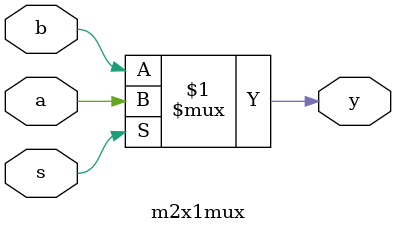
<source format=v>
module m2x1mux (y,a,b,s);
//y is output, a and b are inputs, s is the select line
output y;
input a,b,s;
assign y=s?a:b;
endmodule

</source>
